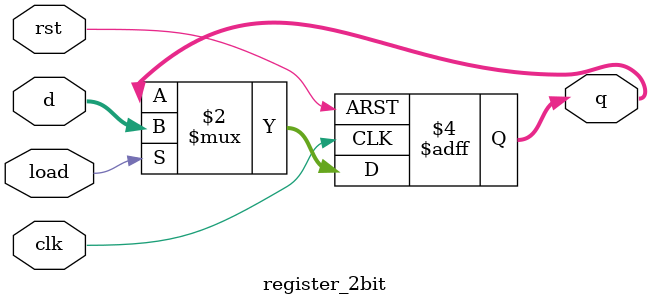
<source format=v>
module register_2bit (
    input  wire       clk,
    input  wire       rst,
    input  wire       load,
    input  wire [1:0] d,
    output reg  [1:0] q
);
    always @(posedge clk or posedge rst) begin
        if (rst) begin
            q <= 2'b00;
        end else if (load) begin
            q <= d;
        end
    end
endmodule

</source>
